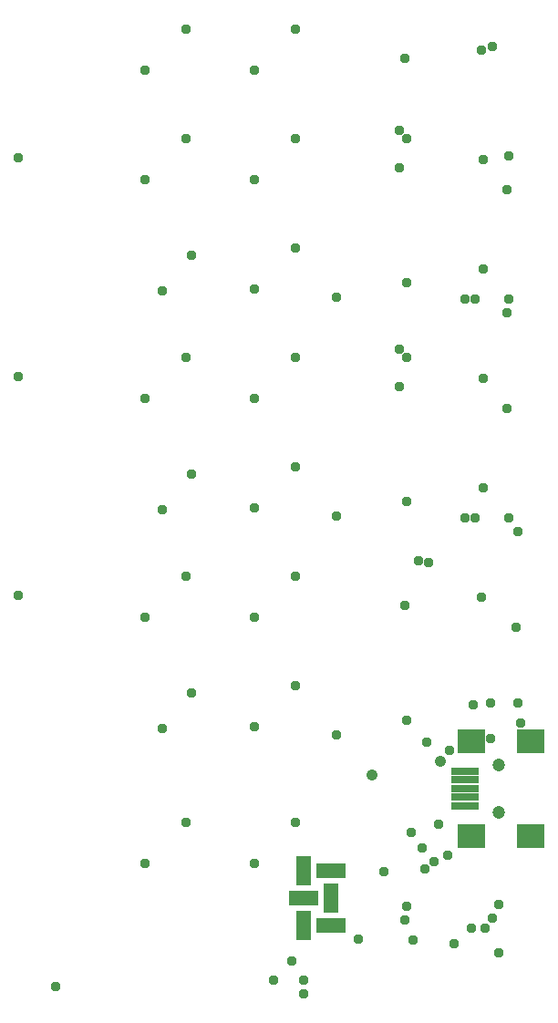
<source format=gbr>
G04 EAGLE Gerber RS-274X export*
G75*
%MOMM*%
%FSLAX34Y34*%
%LPD*%
%INSoldermask Bottom*%
%IPPOS*%
%AMOC8*
5,1,8,0,0,1.08239X$1,22.5*%
G01*
%ADD10R,2.603200X2.203200*%
%ADD11R,2.511200X0.703200*%
%ADD12C,1.203200*%
%ADD13R,1.473200X2.743200*%
%ADD14R,2.743200X1.473200*%
%ADD15C,0.959600*%
%ADD16C,1.059600*%


D10*
X523800Y310700D03*
D11*
X518160Y282700D03*
X518160Y274700D03*
X518160Y266700D03*
X518160Y258700D03*
X518160Y250700D03*
D10*
X578800Y310700D03*
X523800Y222700D03*
X578800Y222700D03*
D12*
X548800Y288700D03*
X548800Y244700D03*
D13*
X368300Y139700D03*
D14*
X393700Y139700D03*
X368300Y165100D03*
D13*
X393700Y165100D03*
X368300Y190500D03*
D14*
X393700Y190500D03*
D15*
X442913Y188913D03*
X463550Y157163D03*
X468313Y225425D03*
X469900Y125413D03*
X533400Y444500D03*
X534988Y546100D03*
X534988Y647700D03*
X534988Y749300D03*
X534988Y850900D03*
X533400Y952500D03*
X525463Y344488D03*
D16*
X495300Y292100D03*
D15*
X508000Y122238D03*
X501650Y204788D03*
X569913Y327025D03*
X566738Y346075D03*
X558800Y517525D03*
X558800Y720725D03*
X566738Y504825D03*
X565150Y415925D03*
X557213Y619125D03*
X557213Y708025D03*
X558800Y854075D03*
X557213Y822325D03*
X549275Y158750D03*
D16*
X431800Y279400D03*
D15*
X419100Y127000D03*
X236538Y322263D03*
X263525Y355600D03*
X322263Y323850D03*
X360363Y361950D03*
X103188Y446088D03*
X398463Y315913D03*
X220663Y425450D03*
X258763Y463550D03*
X322263Y425450D03*
X360363Y463550D03*
X236538Y525463D03*
X263525Y558800D03*
X322263Y527050D03*
X360363Y565150D03*
X103188Y649288D03*
X398463Y519113D03*
X220663Y628650D03*
X258763Y666750D03*
X322263Y628650D03*
X360363Y666750D03*
X220663Y196850D03*
X258763Y234950D03*
X322263Y196850D03*
X360363Y234950D03*
X236538Y728663D03*
X263525Y762000D03*
X322263Y730250D03*
X360363Y768350D03*
X103188Y852488D03*
X398463Y722313D03*
X220663Y831850D03*
X258763Y869950D03*
X322263Y831850D03*
X360363Y869950D03*
X220663Y933450D03*
X258763Y971550D03*
X322263Y933450D03*
X360363Y971550D03*
X463550Y330200D03*
X482600Y309563D03*
X541338Y312738D03*
X541338Y346075D03*
X461963Y436563D03*
X474663Y477838D03*
X463550Y533400D03*
X517525Y517525D03*
X457200Y639763D03*
X457200Y674688D03*
X463550Y736600D03*
X517525Y720725D03*
X457200Y842963D03*
X457200Y877888D03*
X461963Y944563D03*
X542925Y955675D03*
X503238Y301625D03*
X484188Y476250D03*
X527050Y517525D03*
X463550Y666750D03*
X527050Y720725D03*
X463550Y869950D03*
X461963Y144463D03*
X138113Y82550D03*
X357188Y106363D03*
X339725Y88900D03*
X549275Y114300D03*
X481013Y192088D03*
X477838Y211138D03*
X488950Y198438D03*
X493713Y233363D03*
X536575Y136525D03*
X523875Y136525D03*
X368300Y88900D03*
X368300Y76200D03*
X542925Y146050D03*
M02*

</source>
